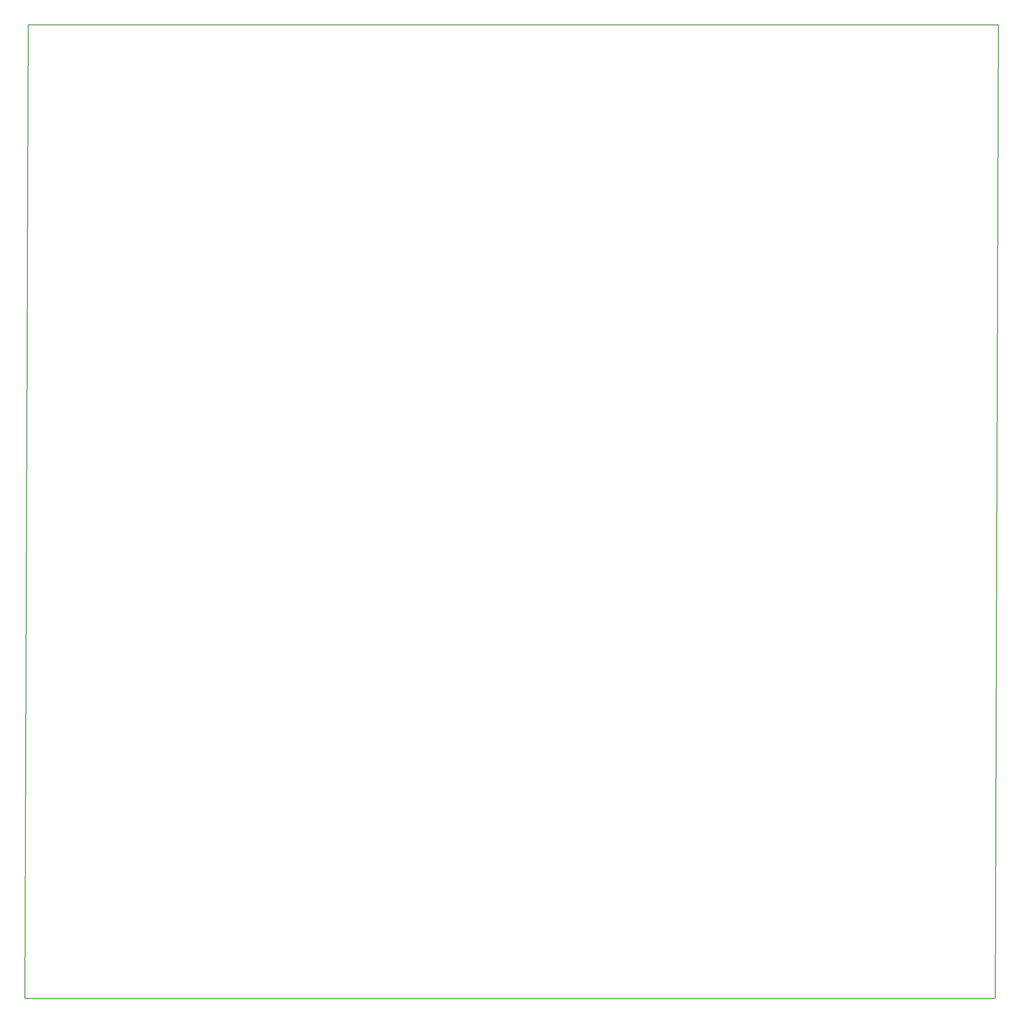
<source format=gbr>
G04 EAGLE Gerber RS-274X export*
G75*
%MOMM*%
%FSLAX34Y34*%
%LPD*%
%IN*%
%IPPOS*%
%AMOC8*
5,1,8,0,0,1.08239X$1,22.5*%
G01*
%ADD10C,0.254000*%


D10*
X0Y0D02*
X2890000Y0D01*
X2900000Y2900000D01*
X10000Y2900000D01*
X0Y0D01*
M02*

</source>
